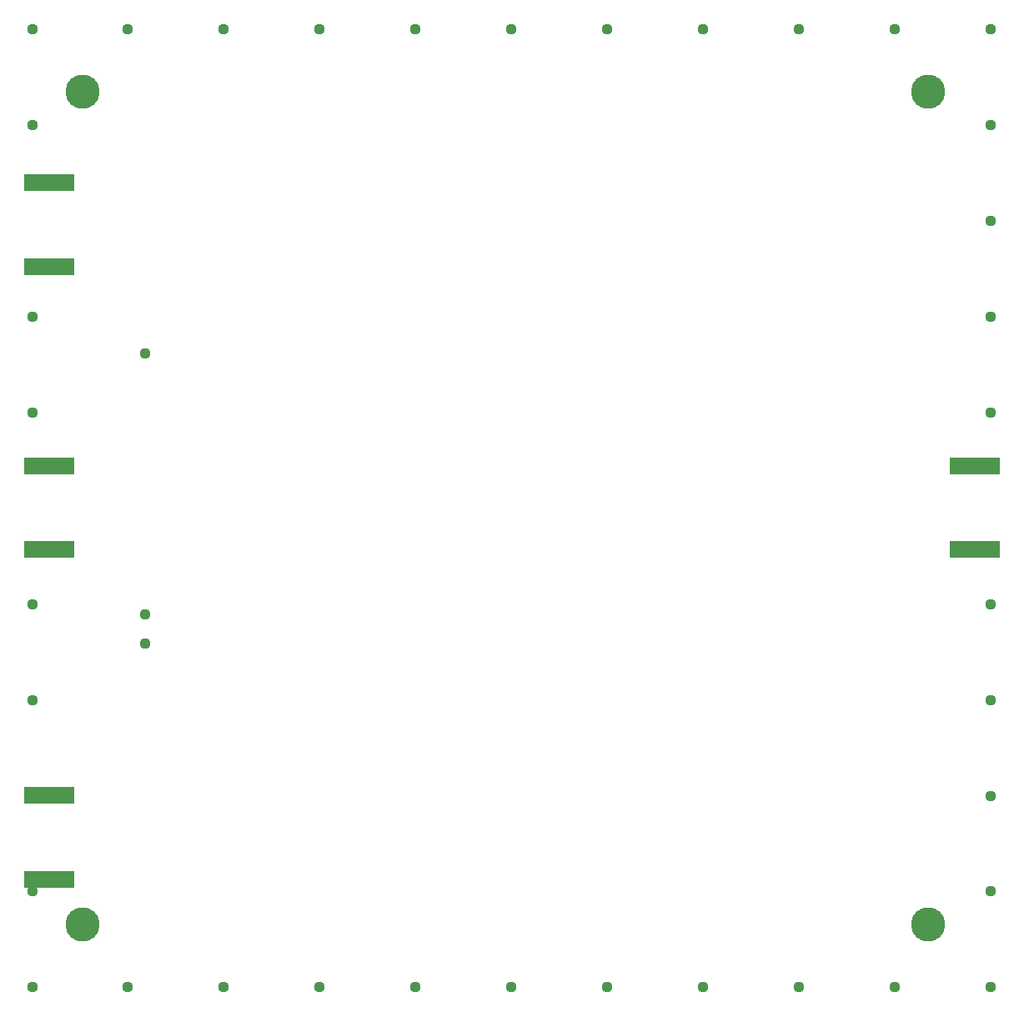
<source format=gbr>
G04 EAGLE Gerber X2 export*
G75*
%MOMM*%
%FSLAX34Y34*%
%LPD*%
%AMOC8*
5,1,8,0,0,1.08239X$1,22.5*%
G01*
%ADD10C,3.467100*%
%ADD11R,5.105400X1.803400*%
%ADD12C,1.117600*%


D10*
X63500Y922020D03*
X922020Y922020D03*
X922020Y76200D03*
X63500Y76200D03*
D11*
X30391Y829945D03*
X30391Y744855D03*
X30391Y542545D03*
X30391Y457455D03*
X30391Y207645D03*
X30391Y122555D03*
X969609Y457455D03*
X969609Y542545D03*
D12*
X12700Y985520D03*
X12700Y888238D03*
X12700Y693674D03*
X12700Y596392D03*
X12700Y401828D03*
X12700Y304546D03*
X12700Y109982D03*
X12700Y12700D03*
X109982Y12700D03*
X207264Y12700D03*
X304546Y12700D03*
X401828Y12700D03*
X499110Y12700D03*
X596392Y12700D03*
X693674Y12700D03*
X790956Y12700D03*
X888238Y12700D03*
X985520Y12700D03*
X985520Y109982D03*
X985520Y207264D03*
X985520Y304546D03*
X985520Y401828D03*
X985520Y596392D03*
X985520Y693674D03*
X985520Y790956D03*
X985520Y888238D03*
X985520Y985520D03*
X888238Y985520D03*
X790956Y985520D03*
X693674Y985520D03*
X596392Y985520D03*
X499110Y985520D03*
X401828Y985520D03*
X304546Y985520D03*
X207264Y985520D03*
X109982Y985520D03*
X127700Y656828D03*
X127700Y391828D03*
X127700Y361828D03*
M02*

</source>
